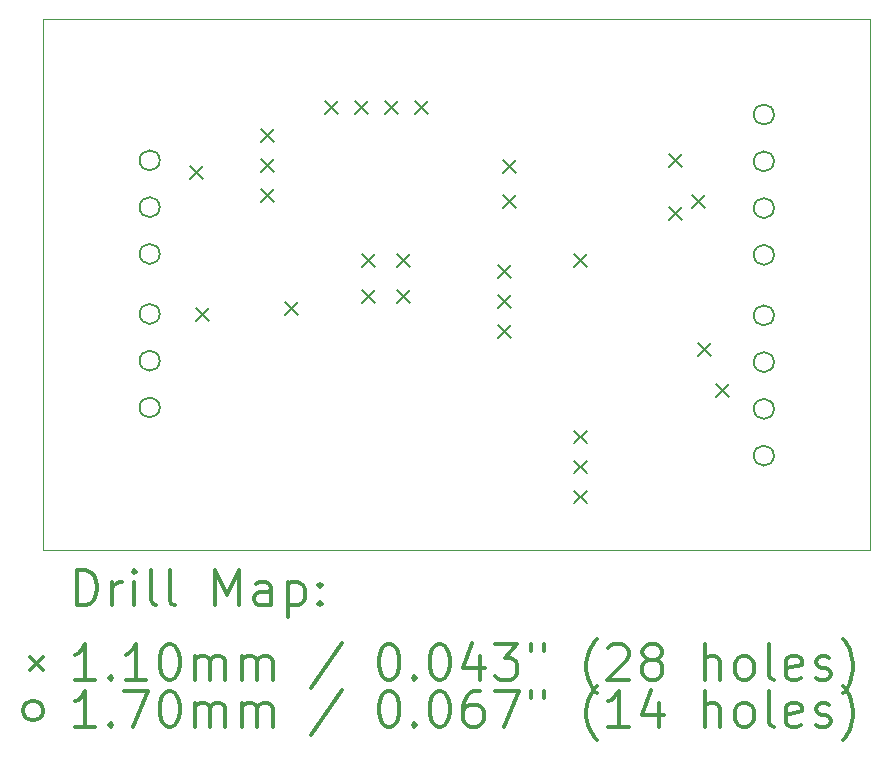
<source format=gbr>
%FSLAX45Y45*%
G04 Gerber Fmt 4.5, Leading zero omitted, Abs format (unit mm)*
G04 Created by KiCad (PCBNEW (5.1.4)-1) date 2020-02-18 17:56:02*
%MOMM*%
%LPD*%
G04 APERTURE LIST*
%ADD10C,0.050000*%
%ADD11C,0.200000*%
%ADD12C,0.300000*%
G04 APERTURE END LIST*
D10*
X10000000Y-9500000D02*
X10000000Y-5000000D01*
X17000000Y-9500000D02*
X10000000Y-9500000D01*
X17000000Y-5000000D02*
X17000000Y-9500000D01*
X10000000Y-5000000D02*
X17000000Y-5000000D01*
D11*
X11245000Y-6245000D02*
X11355000Y-6355000D01*
X11355000Y-6245000D02*
X11245000Y-6355000D01*
X11292217Y-7447782D02*
X11402217Y-7557782D01*
X11402217Y-7447782D02*
X11292217Y-7557782D01*
X12045000Y-7395000D02*
X12155000Y-7505000D01*
X12155000Y-7395000D02*
X12045000Y-7505000D01*
X12695000Y-6995000D02*
X12805000Y-7105000D01*
X12805000Y-6995000D02*
X12695000Y-7105000D01*
X12695000Y-7295000D02*
X12805000Y-7405000D01*
X12805000Y-7295000D02*
X12695000Y-7405000D01*
X12995000Y-6995000D02*
X13105000Y-7105000D01*
X13105000Y-6995000D02*
X12995000Y-7105000D01*
X12995000Y-7295000D02*
X13105000Y-7405000D01*
X13105000Y-7295000D02*
X12995000Y-7405000D01*
X13895000Y-6195000D02*
X14005000Y-6305000D01*
X14005000Y-6195000D02*
X13895000Y-6305000D01*
X13895000Y-6495000D02*
X14005000Y-6605000D01*
X14005000Y-6495000D02*
X13895000Y-6605000D01*
X14495000Y-6995000D02*
X14605000Y-7105000D01*
X14605000Y-6995000D02*
X14495000Y-7105000D01*
X15295000Y-6145000D02*
X15405000Y-6255000D01*
X15405000Y-6145000D02*
X15295000Y-6255000D01*
X15295000Y-6595000D02*
X15405000Y-6705000D01*
X15405000Y-6595000D02*
X15295000Y-6705000D01*
X15495000Y-6495000D02*
X15605000Y-6605000D01*
X15605000Y-6495000D02*
X15495000Y-6605000D01*
X15545000Y-7745000D02*
X15655000Y-7855000D01*
X15655000Y-7745000D02*
X15545000Y-7855000D01*
X15695000Y-8095000D02*
X15805000Y-8205000D01*
X15805000Y-8095000D02*
X15695000Y-8205000D01*
X13845000Y-7087000D02*
X13955000Y-7197000D01*
X13955000Y-7087000D02*
X13845000Y-7197000D01*
X13845000Y-7341000D02*
X13955000Y-7451000D01*
X13955000Y-7341000D02*
X13845000Y-7451000D01*
X13845000Y-7595000D02*
X13955000Y-7705000D01*
X13955000Y-7595000D02*
X13845000Y-7705000D01*
X12383000Y-5695000D02*
X12493000Y-5805000D01*
X12493000Y-5695000D02*
X12383000Y-5805000D01*
X12637000Y-5695000D02*
X12747000Y-5805000D01*
X12747000Y-5695000D02*
X12637000Y-5805000D01*
X12891000Y-5695000D02*
X13001000Y-5805000D01*
X13001000Y-5695000D02*
X12891000Y-5805000D01*
X13145000Y-5695000D02*
X13255000Y-5805000D01*
X13255000Y-5695000D02*
X13145000Y-5805000D01*
X14495000Y-8487000D02*
X14605000Y-8597000D01*
X14605000Y-8487000D02*
X14495000Y-8597000D01*
X14495000Y-8741000D02*
X14605000Y-8851000D01*
X14605000Y-8741000D02*
X14495000Y-8851000D01*
X14495000Y-8995000D02*
X14605000Y-9105000D01*
X14605000Y-8995000D02*
X14495000Y-9105000D01*
X11845000Y-5937000D02*
X11955000Y-6047000D01*
X11955000Y-5937000D02*
X11845000Y-6047000D01*
X11845000Y-6191000D02*
X11955000Y-6301000D01*
X11955000Y-6191000D02*
X11845000Y-6301000D01*
X11845000Y-6445000D02*
X11955000Y-6555000D01*
X11955000Y-6445000D02*
X11845000Y-6555000D01*
X16185000Y-7512000D02*
G75*
G03X16185000Y-7512000I-85000J0D01*
G01*
X16185000Y-7908000D02*
G75*
G03X16185000Y-7908000I-85000J0D01*
G01*
X16185000Y-8304000D02*
G75*
G03X16185000Y-8304000I-85000J0D01*
G01*
X16185000Y-8700000D02*
G75*
G03X16185000Y-8700000I-85000J0D01*
G01*
X16185000Y-5812000D02*
G75*
G03X16185000Y-5812000I-85000J0D01*
G01*
X16185000Y-6208000D02*
G75*
G03X16185000Y-6208000I-85000J0D01*
G01*
X16185000Y-6604000D02*
G75*
G03X16185000Y-6604000I-85000J0D01*
G01*
X16185000Y-7000000D02*
G75*
G03X16185000Y-7000000I-85000J0D01*
G01*
X10985000Y-6200000D02*
G75*
G03X10985000Y-6200000I-85000J0D01*
G01*
X10985000Y-6596000D02*
G75*
G03X10985000Y-6596000I-85000J0D01*
G01*
X10985000Y-6992000D02*
G75*
G03X10985000Y-6992000I-85000J0D01*
G01*
X10985000Y-7500000D02*
G75*
G03X10985000Y-7500000I-85000J0D01*
G01*
X10985000Y-7896000D02*
G75*
G03X10985000Y-7896000I-85000J0D01*
G01*
X10985000Y-8292000D02*
G75*
G03X10985000Y-8292000I-85000J0D01*
G01*
D12*
X10283928Y-9968214D02*
X10283928Y-9668214D01*
X10355357Y-9668214D01*
X10398214Y-9682500D01*
X10426786Y-9711072D01*
X10441071Y-9739643D01*
X10455357Y-9796786D01*
X10455357Y-9839643D01*
X10441071Y-9896786D01*
X10426786Y-9925357D01*
X10398214Y-9953929D01*
X10355357Y-9968214D01*
X10283928Y-9968214D01*
X10583928Y-9968214D02*
X10583928Y-9768214D01*
X10583928Y-9825357D02*
X10598214Y-9796786D01*
X10612500Y-9782500D01*
X10641071Y-9768214D01*
X10669643Y-9768214D01*
X10769643Y-9968214D02*
X10769643Y-9768214D01*
X10769643Y-9668214D02*
X10755357Y-9682500D01*
X10769643Y-9696786D01*
X10783928Y-9682500D01*
X10769643Y-9668214D01*
X10769643Y-9696786D01*
X10955357Y-9968214D02*
X10926786Y-9953929D01*
X10912500Y-9925357D01*
X10912500Y-9668214D01*
X11112500Y-9968214D02*
X11083928Y-9953929D01*
X11069643Y-9925357D01*
X11069643Y-9668214D01*
X11455357Y-9968214D02*
X11455357Y-9668214D01*
X11555357Y-9882500D01*
X11655357Y-9668214D01*
X11655357Y-9968214D01*
X11926786Y-9968214D02*
X11926786Y-9811072D01*
X11912500Y-9782500D01*
X11883928Y-9768214D01*
X11826786Y-9768214D01*
X11798214Y-9782500D01*
X11926786Y-9953929D02*
X11898214Y-9968214D01*
X11826786Y-9968214D01*
X11798214Y-9953929D01*
X11783928Y-9925357D01*
X11783928Y-9896786D01*
X11798214Y-9868214D01*
X11826786Y-9853929D01*
X11898214Y-9853929D01*
X11926786Y-9839643D01*
X12069643Y-9768214D02*
X12069643Y-10068214D01*
X12069643Y-9782500D02*
X12098214Y-9768214D01*
X12155357Y-9768214D01*
X12183928Y-9782500D01*
X12198214Y-9796786D01*
X12212500Y-9825357D01*
X12212500Y-9911072D01*
X12198214Y-9939643D01*
X12183928Y-9953929D01*
X12155357Y-9968214D01*
X12098214Y-9968214D01*
X12069643Y-9953929D01*
X12341071Y-9939643D02*
X12355357Y-9953929D01*
X12341071Y-9968214D01*
X12326786Y-9953929D01*
X12341071Y-9939643D01*
X12341071Y-9968214D01*
X12341071Y-9782500D02*
X12355357Y-9796786D01*
X12341071Y-9811072D01*
X12326786Y-9796786D01*
X12341071Y-9782500D01*
X12341071Y-9811072D01*
X9887500Y-10407500D02*
X9997500Y-10517500D01*
X9997500Y-10407500D02*
X9887500Y-10517500D01*
X10441071Y-10598214D02*
X10269643Y-10598214D01*
X10355357Y-10598214D02*
X10355357Y-10298214D01*
X10326786Y-10341072D01*
X10298214Y-10369643D01*
X10269643Y-10383929D01*
X10569643Y-10569643D02*
X10583928Y-10583929D01*
X10569643Y-10598214D01*
X10555357Y-10583929D01*
X10569643Y-10569643D01*
X10569643Y-10598214D01*
X10869643Y-10598214D02*
X10698214Y-10598214D01*
X10783928Y-10598214D02*
X10783928Y-10298214D01*
X10755357Y-10341072D01*
X10726786Y-10369643D01*
X10698214Y-10383929D01*
X11055357Y-10298214D02*
X11083928Y-10298214D01*
X11112500Y-10312500D01*
X11126786Y-10326786D01*
X11141071Y-10355357D01*
X11155357Y-10412500D01*
X11155357Y-10483929D01*
X11141071Y-10541072D01*
X11126786Y-10569643D01*
X11112500Y-10583929D01*
X11083928Y-10598214D01*
X11055357Y-10598214D01*
X11026786Y-10583929D01*
X11012500Y-10569643D01*
X10998214Y-10541072D01*
X10983928Y-10483929D01*
X10983928Y-10412500D01*
X10998214Y-10355357D01*
X11012500Y-10326786D01*
X11026786Y-10312500D01*
X11055357Y-10298214D01*
X11283928Y-10598214D02*
X11283928Y-10398214D01*
X11283928Y-10426786D02*
X11298214Y-10412500D01*
X11326786Y-10398214D01*
X11369643Y-10398214D01*
X11398214Y-10412500D01*
X11412500Y-10441072D01*
X11412500Y-10598214D01*
X11412500Y-10441072D02*
X11426786Y-10412500D01*
X11455357Y-10398214D01*
X11498214Y-10398214D01*
X11526786Y-10412500D01*
X11541071Y-10441072D01*
X11541071Y-10598214D01*
X11683928Y-10598214D02*
X11683928Y-10398214D01*
X11683928Y-10426786D02*
X11698214Y-10412500D01*
X11726786Y-10398214D01*
X11769643Y-10398214D01*
X11798214Y-10412500D01*
X11812500Y-10441072D01*
X11812500Y-10598214D01*
X11812500Y-10441072D02*
X11826786Y-10412500D01*
X11855357Y-10398214D01*
X11898214Y-10398214D01*
X11926786Y-10412500D01*
X11941071Y-10441072D01*
X11941071Y-10598214D01*
X12526786Y-10283929D02*
X12269643Y-10669643D01*
X12912500Y-10298214D02*
X12941071Y-10298214D01*
X12969643Y-10312500D01*
X12983928Y-10326786D01*
X12998214Y-10355357D01*
X13012500Y-10412500D01*
X13012500Y-10483929D01*
X12998214Y-10541072D01*
X12983928Y-10569643D01*
X12969643Y-10583929D01*
X12941071Y-10598214D01*
X12912500Y-10598214D01*
X12883928Y-10583929D01*
X12869643Y-10569643D01*
X12855357Y-10541072D01*
X12841071Y-10483929D01*
X12841071Y-10412500D01*
X12855357Y-10355357D01*
X12869643Y-10326786D01*
X12883928Y-10312500D01*
X12912500Y-10298214D01*
X13141071Y-10569643D02*
X13155357Y-10583929D01*
X13141071Y-10598214D01*
X13126786Y-10583929D01*
X13141071Y-10569643D01*
X13141071Y-10598214D01*
X13341071Y-10298214D02*
X13369643Y-10298214D01*
X13398214Y-10312500D01*
X13412500Y-10326786D01*
X13426786Y-10355357D01*
X13441071Y-10412500D01*
X13441071Y-10483929D01*
X13426786Y-10541072D01*
X13412500Y-10569643D01*
X13398214Y-10583929D01*
X13369643Y-10598214D01*
X13341071Y-10598214D01*
X13312500Y-10583929D01*
X13298214Y-10569643D01*
X13283928Y-10541072D01*
X13269643Y-10483929D01*
X13269643Y-10412500D01*
X13283928Y-10355357D01*
X13298214Y-10326786D01*
X13312500Y-10312500D01*
X13341071Y-10298214D01*
X13698214Y-10398214D02*
X13698214Y-10598214D01*
X13626786Y-10283929D02*
X13555357Y-10498214D01*
X13741071Y-10498214D01*
X13826786Y-10298214D02*
X14012500Y-10298214D01*
X13912500Y-10412500D01*
X13955357Y-10412500D01*
X13983928Y-10426786D01*
X13998214Y-10441072D01*
X14012500Y-10469643D01*
X14012500Y-10541072D01*
X13998214Y-10569643D01*
X13983928Y-10583929D01*
X13955357Y-10598214D01*
X13869643Y-10598214D01*
X13841071Y-10583929D01*
X13826786Y-10569643D01*
X14126786Y-10298214D02*
X14126786Y-10355357D01*
X14241071Y-10298214D02*
X14241071Y-10355357D01*
X14683928Y-10712500D02*
X14669643Y-10698214D01*
X14641071Y-10655357D01*
X14626786Y-10626786D01*
X14612500Y-10583929D01*
X14598214Y-10512500D01*
X14598214Y-10455357D01*
X14612500Y-10383929D01*
X14626786Y-10341072D01*
X14641071Y-10312500D01*
X14669643Y-10269643D01*
X14683928Y-10255357D01*
X14783928Y-10326786D02*
X14798214Y-10312500D01*
X14826786Y-10298214D01*
X14898214Y-10298214D01*
X14926786Y-10312500D01*
X14941071Y-10326786D01*
X14955357Y-10355357D01*
X14955357Y-10383929D01*
X14941071Y-10426786D01*
X14769643Y-10598214D01*
X14955357Y-10598214D01*
X15126786Y-10426786D02*
X15098214Y-10412500D01*
X15083928Y-10398214D01*
X15069643Y-10369643D01*
X15069643Y-10355357D01*
X15083928Y-10326786D01*
X15098214Y-10312500D01*
X15126786Y-10298214D01*
X15183928Y-10298214D01*
X15212500Y-10312500D01*
X15226786Y-10326786D01*
X15241071Y-10355357D01*
X15241071Y-10369643D01*
X15226786Y-10398214D01*
X15212500Y-10412500D01*
X15183928Y-10426786D01*
X15126786Y-10426786D01*
X15098214Y-10441072D01*
X15083928Y-10455357D01*
X15069643Y-10483929D01*
X15069643Y-10541072D01*
X15083928Y-10569643D01*
X15098214Y-10583929D01*
X15126786Y-10598214D01*
X15183928Y-10598214D01*
X15212500Y-10583929D01*
X15226786Y-10569643D01*
X15241071Y-10541072D01*
X15241071Y-10483929D01*
X15226786Y-10455357D01*
X15212500Y-10441072D01*
X15183928Y-10426786D01*
X15598214Y-10598214D02*
X15598214Y-10298214D01*
X15726786Y-10598214D02*
X15726786Y-10441072D01*
X15712500Y-10412500D01*
X15683928Y-10398214D01*
X15641071Y-10398214D01*
X15612500Y-10412500D01*
X15598214Y-10426786D01*
X15912500Y-10598214D02*
X15883928Y-10583929D01*
X15869643Y-10569643D01*
X15855357Y-10541072D01*
X15855357Y-10455357D01*
X15869643Y-10426786D01*
X15883928Y-10412500D01*
X15912500Y-10398214D01*
X15955357Y-10398214D01*
X15983928Y-10412500D01*
X15998214Y-10426786D01*
X16012500Y-10455357D01*
X16012500Y-10541072D01*
X15998214Y-10569643D01*
X15983928Y-10583929D01*
X15955357Y-10598214D01*
X15912500Y-10598214D01*
X16183928Y-10598214D02*
X16155357Y-10583929D01*
X16141071Y-10555357D01*
X16141071Y-10298214D01*
X16412500Y-10583929D02*
X16383928Y-10598214D01*
X16326786Y-10598214D01*
X16298214Y-10583929D01*
X16283928Y-10555357D01*
X16283928Y-10441072D01*
X16298214Y-10412500D01*
X16326786Y-10398214D01*
X16383928Y-10398214D01*
X16412500Y-10412500D01*
X16426786Y-10441072D01*
X16426786Y-10469643D01*
X16283928Y-10498214D01*
X16541071Y-10583929D02*
X16569643Y-10598214D01*
X16626786Y-10598214D01*
X16655357Y-10583929D01*
X16669643Y-10555357D01*
X16669643Y-10541072D01*
X16655357Y-10512500D01*
X16626786Y-10498214D01*
X16583928Y-10498214D01*
X16555357Y-10483929D01*
X16541071Y-10455357D01*
X16541071Y-10441072D01*
X16555357Y-10412500D01*
X16583928Y-10398214D01*
X16626786Y-10398214D01*
X16655357Y-10412500D01*
X16769643Y-10712500D02*
X16783928Y-10698214D01*
X16812500Y-10655357D01*
X16826786Y-10626786D01*
X16841071Y-10583929D01*
X16855357Y-10512500D01*
X16855357Y-10455357D01*
X16841071Y-10383929D01*
X16826786Y-10341072D01*
X16812500Y-10312500D01*
X16783928Y-10269643D01*
X16769643Y-10255357D01*
X9997500Y-10858500D02*
G75*
G03X9997500Y-10858500I-85000J0D01*
G01*
X10441071Y-10994214D02*
X10269643Y-10994214D01*
X10355357Y-10994214D02*
X10355357Y-10694214D01*
X10326786Y-10737072D01*
X10298214Y-10765643D01*
X10269643Y-10779929D01*
X10569643Y-10965643D02*
X10583928Y-10979929D01*
X10569643Y-10994214D01*
X10555357Y-10979929D01*
X10569643Y-10965643D01*
X10569643Y-10994214D01*
X10683928Y-10694214D02*
X10883928Y-10694214D01*
X10755357Y-10994214D01*
X11055357Y-10694214D02*
X11083928Y-10694214D01*
X11112500Y-10708500D01*
X11126786Y-10722786D01*
X11141071Y-10751357D01*
X11155357Y-10808500D01*
X11155357Y-10879929D01*
X11141071Y-10937072D01*
X11126786Y-10965643D01*
X11112500Y-10979929D01*
X11083928Y-10994214D01*
X11055357Y-10994214D01*
X11026786Y-10979929D01*
X11012500Y-10965643D01*
X10998214Y-10937072D01*
X10983928Y-10879929D01*
X10983928Y-10808500D01*
X10998214Y-10751357D01*
X11012500Y-10722786D01*
X11026786Y-10708500D01*
X11055357Y-10694214D01*
X11283928Y-10994214D02*
X11283928Y-10794214D01*
X11283928Y-10822786D02*
X11298214Y-10808500D01*
X11326786Y-10794214D01*
X11369643Y-10794214D01*
X11398214Y-10808500D01*
X11412500Y-10837072D01*
X11412500Y-10994214D01*
X11412500Y-10837072D02*
X11426786Y-10808500D01*
X11455357Y-10794214D01*
X11498214Y-10794214D01*
X11526786Y-10808500D01*
X11541071Y-10837072D01*
X11541071Y-10994214D01*
X11683928Y-10994214D02*
X11683928Y-10794214D01*
X11683928Y-10822786D02*
X11698214Y-10808500D01*
X11726786Y-10794214D01*
X11769643Y-10794214D01*
X11798214Y-10808500D01*
X11812500Y-10837072D01*
X11812500Y-10994214D01*
X11812500Y-10837072D02*
X11826786Y-10808500D01*
X11855357Y-10794214D01*
X11898214Y-10794214D01*
X11926786Y-10808500D01*
X11941071Y-10837072D01*
X11941071Y-10994214D01*
X12526786Y-10679929D02*
X12269643Y-11065643D01*
X12912500Y-10694214D02*
X12941071Y-10694214D01*
X12969643Y-10708500D01*
X12983928Y-10722786D01*
X12998214Y-10751357D01*
X13012500Y-10808500D01*
X13012500Y-10879929D01*
X12998214Y-10937072D01*
X12983928Y-10965643D01*
X12969643Y-10979929D01*
X12941071Y-10994214D01*
X12912500Y-10994214D01*
X12883928Y-10979929D01*
X12869643Y-10965643D01*
X12855357Y-10937072D01*
X12841071Y-10879929D01*
X12841071Y-10808500D01*
X12855357Y-10751357D01*
X12869643Y-10722786D01*
X12883928Y-10708500D01*
X12912500Y-10694214D01*
X13141071Y-10965643D02*
X13155357Y-10979929D01*
X13141071Y-10994214D01*
X13126786Y-10979929D01*
X13141071Y-10965643D01*
X13141071Y-10994214D01*
X13341071Y-10694214D02*
X13369643Y-10694214D01*
X13398214Y-10708500D01*
X13412500Y-10722786D01*
X13426786Y-10751357D01*
X13441071Y-10808500D01*
X13441071Y-10879929D01*
X13426786Y-10937072D01*
X13412500Y-10965643D01*
X13398214Y-10979929D01*
X13369643Y-10994214D01*
X13341071Y-10994214D01*
X13312500Y-10979929D01*
X13298214Y-10965643D01*
X13283928Y-10937072D01*
X13269643Y-10879929D01*
X13269643Y-10808500D01*
X13283928Y-10751357D01*
X13298214Y-10722786D01*
X13312500Y-10708500D01*
X13341071Y-10694214D01*
X13698214Y-10694214D02*
X13641071Y-10694214D01*
X13612500Y-10708500D01*
X13598214Y-10722786D01*
X13569643Y-10765643D01*
X13555357Y-10822786D01*
X13555357Y-10937072D01*
X13569643Y-10965643D01*
X13583928Y-10979929D01*
X13612500Y-10994214D01*
X13669643Y-10994214D01*
X13698214Y-10979929D01*
X13712500Y-10965643D01*
X13726786Y-10937072D01*
X13726786Y-10865643D01*
X13712500Y-10837072D01*
X13698214Y-10822786D01*
X13669643Y-10808500D01*
X13612500Y-10808500D01*
X13583928Y-10822786D01*
X13569643Y-10837072D01*
X13555357Y-10865643D01*
X13826786Y-10694214D02*
X14026786Y-10694214D01*
X13898214Y-10994214D01*
X14126786Y-10694214D02*
X14126786Y-10751357D01*
X14241071Y-10694214D02*
X14241071Y-10751357D01*
X14683928Y-11108500D02*
X14669643Y-11094214D01*
X14641071Y-11051357D01*
X14626786Y-11022786D01*
X14612500Y-10979929D01*
X14598214Y-10908500D01*
X14598214Y-10851357D01*
X14612500Y-10779929D01*
X14626786Y-10737072D01*
X14641071Y-10708500D01*
X14669643Y-10665643D01*
X14683928Y-10651357D01*
X14955357Y-10994214D02*
X14783928Y-10994214D01*
X14869643Y-10994214D02*
X14869643Y-10694214D01*
X14841071Y-10737072D01*
X14812500Y-10765643D01*
X14783928Y-10779929D01*
X15212500Y-10794214D02*
X15212500Y-10994214D01*
X15141071Y-10679929D02*
X15069643Y-10894214D01*
X15255357Y-10894214D01*
X15598214Y-10994214D02*
X15598214Y-10694214D01*
X15726786Y-10994214D02*
X15726786Y-10837072D01*
X15712500Y-10808500D01*
X15683928Y-10794214D01*
X15641071Y-10794214D01*
X15612500Y-10808500D01*
X15598214Y-10822786D01*
X15912500Y-10994214D02*
X15883928Y-10979929D01*
X15869643Y-10965643D01*
X15855357Y-10937072D01*
X15855357Y-10851357D01*
X15869643Y-10822786D01*
X15883928Y-10808500D01*
X15912500Y-10794214D01*
X15955357Y-10794214D01*
X15983928Y-10808500D01*
X15998214Y-10822786D01*
X16012500Y-10851357D01*
X16012500Y-10937072D01*
X15998214Y-10965643D01*
X15983928Y-10979929D01*
X15955357Y-10994214D01*
X15912500Y-10994214D01*
X16183928Y-10994214D02*
X16155357Y-10979929D01*
X16141071Y-10951357D01*
X16141071Y-10694214D01*
X16412500Y-10979929D02*
X16383928Y-10994214D01*
X16326786Y-10994214D01*
X16298214Y-10979929D01*
X16283928Y-10951357D01*
X16283928Y-10837072D01*
X16298214Y-10808500D01*
X16326786Y-10794214D01*
X16383928Y-10794214D01*
X16412500Y-10808500D01*
X16426786Y-10837072D01*
X16426786Y-10865643D01*
X16283928Y-10894214D01*
X16541071Y-10979929D02*
X16569643Y-10994214D01*
X16626786Y-10994214D01*
X16655357Y-10979929D01*
X16669643Y-10951357D01*
X16669643Y-10937072D01*
X16655357Y-10908500D01*
X16626786Y-10894214D01*
X16583928Y-10894214D01*
X16555357Y-10879929D01*
X16541071Y-10851357D01*
X16541071Y-10837072D01*
X16555357Y-10808500D01*
X16583928Y-10794214D01*
X16626786Y-10794214D01*
X16655357Y-10808500D01*
X16769643Y-11108500D02*
X16783928Y-11094214D01*
X16812500Y-11051357D01*
X16826786Y-11022786D01*
X16841071Y-10979929D01*
X16855357Y-10908500D01*
X16855357Y-10851357D01*
X16841071Y-10779929D01*
X16826786Y-10737072D01*
X16812500Y-10708500D01*
X16783928Y-10665643D01*
X16769643Y-10651357D01*
M02*

</source>
